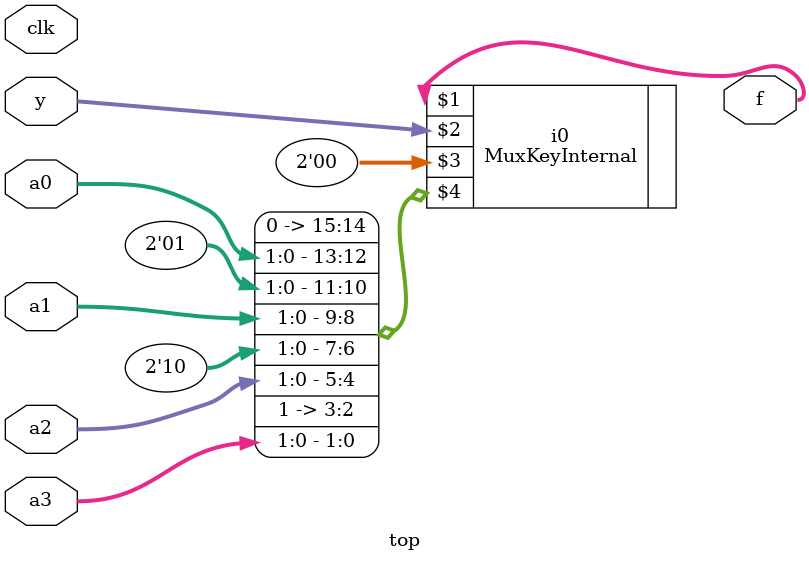
<source format=v>
module top(
    input clk,
    input [1:0] a0,
    input [1:0] a1,
    input [1:0] a2,
    input [1:0] a3,
    input [1:0] y,
    output [1:0] f
);

MuxKeyInternal #(4, 2, 2, 0) i0 (f, y, 2'b00, {
    2'b00, a0,
    2'b01, a1,
    2'b10, a2,
    2'b11, a3
  });

endmodule
</source>
